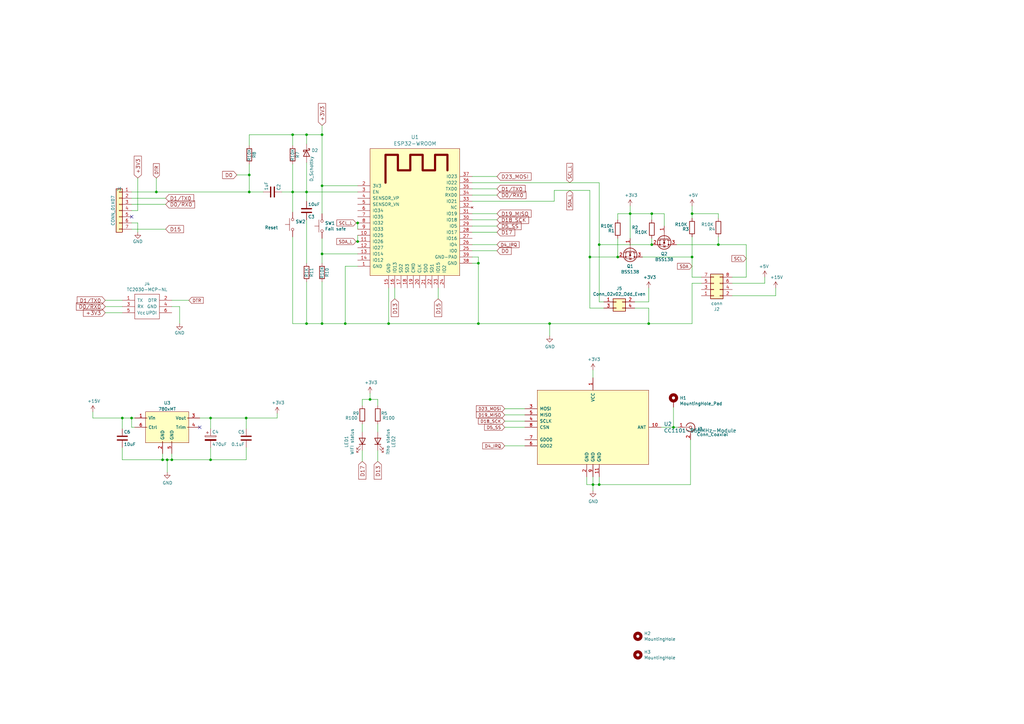
<source format=kicad_sch>
(kicad_sch (version 20211123) (generator eeschema)
  (paper "A3")
  (lib_symbols
    (symbol "Connector:Conn_Coaxial" (pin_names (offset 1.016) hide)
      (property "Reference" "J" (at 0.254 3.048 0))
      (property "Value" "Conn_Coaxial" (at 2.921 0 90))
      (symbol "Conn_Coaxial_0_1"
        (arc (start -1.778 -0.508) (mid 0.222 -1.808) (end 1.778 0) (stroke (width 0.254)))
        (polyline (pts (xy -2.54 0) (xy -0.508 0)))
        (polyline (pts (xy 0 -2.54) (xy 0 -1.778)))
        (circle (center 0 0) (radius 0.508) (stroke (width 0.2032)))
        (arc (start 1.778 0) (mid 0.222 1.8083) (end -1.778 0.508) (stroke (width 0.254)))
      )
      (symbol "Conn_Coaxial_1_1"
        (pin passive line (at -5.08 0 0) (length 2.54) (name "In") (number "1"))
        (pin passive line (at 0 -5.08 90) (length 2.54) (name "Ext") (number "2"))
      )
    )
    (symbol "Connector_Generic:Conn_01x07" (pin_names (offset 1.016) hide)
      (property "Reference" "J" (at 0 10.16 0))
      (property "Value" "Conn_01x07" (at 0 -10.16 0))
      (symbol "Conn_01x07_1_1"
        (rectangle (start -1.27 -7.493) (end 0 -7.747) (stroke (width 0.1524)))
        (rectangle (start -1.27 -4.953) (end 0 -5.207) (stroke (width 0.1524)))
        (rectangle (start -1.27 -2.413) (end 0 -2.667) (stroke (width 0.1524)))
        (rectangle (start -1.27 0.127) (end 0 -0.127) (stroke (width 0.1524)))
        (rectangle (start -1.27 2.667) (end 0 2.413) (stroke (width 0.1524)))
        (rectangle (start -1.27 5.207) (end 0 4.953) (stroke (width 0.1524)))
        (rectangle (start -1.27 7.747) (end 0 7.493) (stroke (width 0.1524)))
        (rectangle (start -1.27 8.89) (end 1.27 -8.89) (stroke (width 0.254)) (fill (type background)))
        (pin passive line (at -5.08 7.62 0) (length 3.81) (name "Pin_1") (number "1"))
        (pin passive line (at -5.08 5.08 0) (length 3.81) (name "Pin_2") (number "2"))
        (pin passive line (at -5.08 2.54 0) (length 3.81) (name "Pin_3") (number "3"))
        (pin passive line (at -5.08 0 0) (length 3.81) (name "Pin_4") (number "4"))
        (pin passive line (at -5.08 -2.54 0) (length 3.81) (name "Pin_5") (number "5"))
        (pin passive line (at -5.08 -5.08 0) (length 3.81) (name "Pin_6") (number "6"))
        (pin passive line (at -5.08 -7.62 0) (length 3.81) (name "Pin_7") (number "7"))
      )
    )
    (symbol "Connector_Generic:Conn_02x02_Odd_Even" (pin_names (offset 1.016) hide)
      (property "Reference" "J" (at 1.27 2.54 0))
      (property "Value" "Conn_02x02_Odd_Even" (at 1.27 -5.08 0))
      (symbol "Conn_02x02_Odd_Even_1_1"
        (rectangle (start -1.27 -2.413) (end 0 -2.667) (stroke (width 0.1524)))
        (rectangle (start -1.27 0.127) (end 0 -0.127) (stroke (width 0.1524)))
        (rectangle (start -1.27 1.27) (end 3.81 -3.81) (stroke (width 0.254)) (fill (type background)))
        (rectangle (start 3.81 -2.413) (end 2.54 -2.667) (stroke (width 0.1524)))
        (rectangle (start 3.81 0.127) (end 2.54 -0.127) (stroke (width 0.1524)))
        (pin passive line (at -5.08 0 0) (length 3.81) (name "Pin_1") (number "1"))
        (pin passive line (at 7.62 0 180) (length 3.81) (name "Pin_2") (number "2"))
        (pin passive line (at -5.08 -2.54 0) (length 3.81) (name "Pin_3") (number "3"))
        (pin passive line (at 7.62 -2.54 180) (length 3.81) (name "Pin_4") (number "4"))
      )
    )
    (symbol "Connector_Generic:Conn_02x04_Odd_Even" (pin_names (offset 1.016) hide)
      (property "Reference" "J" (at 1.27 5.08 0))
      (property "Value" "Conn_02x04_Odd_Even" (at 1.27 -7.62 0))
      (symbol "Conn_02x04_Odd_Even_1_1"
        (rectangle (start -1.27 -4.953) (end 0 -5.207) (stroke (width 0.1524)))
        (rectangle (start -1.27 -2.413) (end 0 -2.667) (stroke (width 0.1524)))
        (rectangle (start -1.27 0.127) (end 0 -0.127) (stroke (width 0.1524)))
        (rectangle (start -1.27 2.667) (end 0 2.413) (stroke (width 0.1524)))
        (rectangle (start -1.27 3.81) (end 3.81 -6.35) (stroke (width 0.254)) (fill (type background)))
        (rectangle (start 3.81 -4.953) (end 2.54 -5.207) (stroke (width 0.1524)))
        (rectangle (start 3.81 -2.413) (end 2.54 -2.667) (stroke (width 0.1524)))
        (rectangle (start 3.81 0.127) (end 2.54 -0.127) (stroke (width 0.1524)))
        (rectangle (start 3.81 2.667) (end 2.54 2.413) (stroke (width 0.1524)))
        (pin passive line (at -5.08 2.54 0) (length 3.81) (name "Pin_1") (number "1"))
        (pin passive line (at 7.62 2.54 180) (length 3.81) (name "Pin_2") (number "2"))
        (pin passive line (at -5.08 0 0) (length 3.81) (name "Pin_3") (number "3"))
        (pin passive line (at 7.62 0 180) (length 3.81) (name "Pin_4") (number "4"))
        (pin passive line (at -5.08 -2.54 0) (length 3.81) (name "Pin_5") (number "5"))
        (pin passive line (at 7.62 -2.54 180) (length 3.81) (name "Pin_6") (number "6"))
        (pin passive line (at -5.08 -5.08 0) (length 3.81) (name "Pin_7") (number "7"))
        (pin passive line (at 7.62 -5.08 180) (length 3.81) (name "Pin_8") (number "8"))
      )
    )
    (symbol "Device:C" (pin_numbers hide) (pin_names (offset 0.254))
      (property "Reference" "C" (at 0.635 2.54 0))
      (property "Value" "C" (at 0.635 -2.54 0))
      (symbol "C_0_1"
        (polyline (pts (xy -2.032 -0.762) (xy 2.032 -0.762)) (stroke (width 0.508)))
        (polyline (pts (xy -2.032 0.762) (xy 2.032 0.762)) (stroke (width 0.508)))
      )
      (symbol "C_1_1"
        (pin passive line (at 0 3.81 270) (length 2.794) (name "~") (number "1"))
        (pin passive line (at 0 -3.81 90) (length 2.794) (name "~") (number "2"))
      )
    )
    (symbol "Device:CP" (pin_numbers hide) (pin_names (offset 0.254))
      (property "Reference" "C" (at 0.635 2.54 0))
      (property "Value" "Device_CP" (at 0.635 -2.54 0))
      (symbol "CP_0_1"
        (rectangle (start -2.286 0.508) (end 2.286 1.016))
        (polyline (pts (xy -1.778 2.286) (xy -0.762 2.286)))
        (polyline (pts (xy -1.27 2.794) (xy -1.27 1.778)))
        (rectangle (start 2.286 -0.508) (end -2.286 -1.016) (fill (type outline)))
      )
      (symbol "CP_1_1"
        (pin passive line (at 0 3.81 270) (length 2.794) (name "~") (number "1"))
        (pin passive line (at 0 -3.81 90) (length 2.794) (name "~") (number "2"))
      )
    )
    (symbol "Device:D_Schottky" (pin_numbers hide) (pin_names (offset 1.016) hide)
      (property "Reference" "D" (at 0 2.54 0))
      (property "Value" "D_Schottky" (at 0 -2.54 0))
      (symbol "D_Schottky_0_1"
        (polyline (pts (xy 1.27 0) (xy -1.27 0)))
        (polyline (pts (xy 1.27 1.27) (xy 1.27 -1.27) (xy -1.27 0) (xy 1.27 1.27)) (stroke (width 0.254)))
        (polyline (pts (xy -1.905 0.635) (xy -1.905 1.27) (xy -1.27 1.27) (xy -1.27 -1.27) (xy -0.635 -1.27) (xy -0.635 -0.635)) (stroke (width 0.254)))
      )
      (symbol "D_Schottky_1_1"
        (pin passive line (at -3.81 0 0) (length 2.54) (name "K") (number "1"))
        (pin passive line (at 3.81 0 180) (length 2.54) (name "A") (number "2"))
      )
    )
    (symbol "Device:LED" (pin_numbers hide) (pin_names (offset 1.016) hide)
      (property "Reference" "D" (at 0 2.54 0))
      (property "Value" "LED" (at 0 -2.54 0))
      (symbol "LED_0_1"
        (polyline (pts (xy -1.27 -1.27) (xy -1.27 1.27)) (stroke (width 0.254)))
        (polyline (pts (xy -1.27 0) (xy 1.27 0)))
        (polyline (pts (xy 1.27 -1.27) (xy 1.27 1.27) (xy -1.27 0) (xy 1.27 -1.27)) (stroke (width 0.254)))
        (polyline (pts (xy -3.048 -0.762) (xy -4.572 -2.286) (xy -3.81 -2.286) (xy -4.572 -2.286) (xy -4.572 -1.524)))
        (polyline (pts (xy -1.778 -0.762) (xy -3.302 -2.286) (xy -2.54 -2.286) (xy -3.302 -2.286) (xy -3.302 -1.524)))
      )
      (symbol "LED_1_1"
        (pin passive line (at -3.81 0 0) (length 2.54) (name "K") (number "1"))
        (pin passive line (at 3.81 0 180) (length 2.54) (name "A") (number "2"))
      )
    )
    (symbol "Device:R" (pin_numbers hide) (pin_names (offset 0))
      (property "Reference" "R" (at 2.032 0 90))
      (property "Value" "R" (at 0 0 90))
      (symbol "R_0_1"
        (rectangle (start -1.016 -2.54) (end 1.016 2.54) (stroke (width 0.254)))
      )
      (symbol "R_1_1"
        (pin passive line (at 0 3.81 270) (length 1.27) (name "~") (number "1"))
        (pin passive line (at 0 -3.81 90) (length 1.27) (name "~") (number "2"))
      )
    )
    (symbol "Mechanical:MountingHole" (pin_names (offset 1.016))
      (property "Reference" "H" (at 0 5.08 0))
      (property "Value" "MountingHole" (at 0 3.175 0))
      (symbol "MountingHole_0_1"
        (circle (center 0 0) (radius 1.27) (stroke (width 1.27)))
      )
    )
    (symbol "Mechanical:MountingHole_Pad" (pin_numbers hide) (pin_names (offset 1.016) hide)
      (property "Reference" "H" (at 0 6.35 0))
      (property "Value" "MountingHole_Pad" (at 0 4.445 0))
      (symbol "MountingHole_Pad_0_1"
        (circle (center 0 1.27) (radius 1.27) (stroke (width 1.27)))
      )
      (symbol "MountingHole_Pad_1_1"
        (pin input line (at 0 -2.54 90) (length 2.54) (name "1") (number "1"))
      )
    )
    (symbol "Switch:SW_Push" (pin_numbers hide) (pin_names (offset 1.016) hide)
      (property "Reference" "SW" (at 1.27 2.54 0))
      (property "Value" "SW_Push" (at 0 -1.524 0))
      (symbol "SW_Push_0_1"
        (circle (center -2.032 0) (radius 0.508))
        (polyline (pts (xy 0 1.27) (xy 0 3.048)))
        (polyline (pts (xy 2.54 1.27) (xy -2.54 1.27)))
        (circle (center 2.032 0) (radius 0.508))
        (pin passive line (at -5.08 0 0) (length 2.54) (name "1") (number "1"))
        (pin passive line (at 5.08 0 180) (length 2.54) (name "2") (number "2"))
      )
    )
    (symbol "Transistor_FET:BSS138" (pin_names hide)
      (property "Reference" "Q" (at 5.08 1.905 0))
      (property "Value" "BSS138" (at 5.08 0 0))
      (symbol "BSS138_0_1"
        (polyline (pts (xy 0.254 0) (xy -2.54 0)))
        (polyline (pts (xy 0.254 1.905) (xy 0.254 -1.905)) (stroke (width 0.254)))
        (polyline (pts (xy 0.762 -1.27) (xy 0.762 -2.286)) (stroke (width 0.254)))
        (polyline (pts (xy 0.762 0.508) (xy 0.762 -0.508)) (stroke (width 0.254)))
        (polyline (pts (xy 0.762 2.286) (xy 0.762 1.27)) (stroke (width 0.254)))
        (polyline (pts (xy 2.54 2.54) (xy 2.54 1.778)))
        (polyline (pts (xy 2.54 -2.54) (xy 2.54 0) (xy 0.762 0)))
        (polyline (pts (xy 0.762 -1.778) (xy 3.302 -1.778) (xy 3.302 1.778) (xy 0.762 1.778)))
        (polyline (pts (xy 1.016 0) (xy 2.032 0.381) (xy 2.032 -0.381) (xy 1.016 0)) (fill (type outline)))
        (polyline (pts (xy 2.794 0.508) (xy 2.921 0.381) (xy 3.683 0.381) (xy 3.81 0.254)))
        (polyline (pts (xy 3.302 0.381) (xy 2.921 -0.254) (xy 3.683 -0.254) (xy 3.302 0.381)))
        (circle (center 1.651 0) (radius 2.794) (stroke (width 0.254)))
        (circle (center 2.54 -1.778) (radius 0.254) (fill (type outline)))
        (circle (center 2.54 1.778) (radius 0.254) (fill (type outline)))
      )
      (symbol "BSS138_1_1"
        (pin input line (at -5.08 0 0) (length 2.54) (name "G") (number "1"))
        (pin passive line (at 2.54 -5.08 90) (length 2.54) (name "S") (number "2"))
        (pin passive line (at 2.54 5.08 270) (length 2.54) (name "D") (number "3"))
      )
    )
    (symbol "nrg_watch:CC1101-868MHz-Module" (pin_names (offset 1.016))
      (property "Reference" "U" (at -22.86 16.51 0))
      (property "Value" "nrg_watch_CC1101-868MHz-Module" (at 0 0 0))
      (symbol "CC1101-868MHz-Module_0_1"
        (rectangle (start 22.86 15.24) (end -22.86 -15.24) (fill (type background)))
      )
      (symbol "CC1101-868MHz-Module_1_1"
        (pin power_in line (at 0 20.32 270) (length 5.08) (name "VCC") (number "1"))
        (pin bidirectional line (at 27.94 0 180) (length 5.08) (name "ANT") (number "10"))
        (pin power_in line (at 2.54 -20.32 90) (length 5.08) (name "GND") (number "11"))
        (pin power_in line (at -2.54 -20.32 90) (length 5.08) (name "GND") (number "2"))
        (pin input line (at -27.94 7.62 0) (length 5.08) (name "MOSI") (number "3"))
        (pin input line (at -27.94 2.54 0) (length 5.08) (name "SCLK") (number "4"))
        (pin output line (at -27.94 5.08 0) (length 5.08) (name "MISO") (number "5"))
        (pin output line (at -27.94 -7.62 0) (length 5.08) (name "GDO2") (number "6"))
        (pin bidirectional line (at -27.94 -5.08 0) (length 5.08) (name "GDO0") (number "7"))
        (pin input line (at -27.94 0 0) (length 5.08) (name "CSN") (number "8"))
        (pin power_in line (at 0 -20.32 90) (length 5.08) (name "GND") (number "9"))
      )
    )
    (symbol "nrg_watch:ESP32-WROOM" (pin_names (offset 1.016))
      (property "Reference" "U" (at -17.78 31.75 0))
      (property "Value" "nrg_watch_ESP32-WROOM" (at 12.7 31.75 0))
      (symbol "ESP32-WROOM_0_1"
        (rectangle (start -19.05 30.48) (end 17.78 -21.59) (fill (type background)))
        (polyline (pts (xy -12.7 16.51) (xy -12.7 27.94) (xy -7.62 27.94) (xy -7.62 21.59) (xy -2.54 21.59) (xy -2.54 27.94) (xy 2.54 27.94) (xy 2.54 21.59) (xy 7.62 21.59) (xy 7.62 27.94) (xy 12.7 27.94) (xy 12.7 21.59)) (stroke (width 0.889)))
      )
      (symbol "ESP32-WROOM_1_1"
        (pin power_out line (at -24.13 -17.78 0) (length 5.08) (name "GND") (number "1"))
        (pin bidirectional line (at -24.13 -5.08 0) (length 5.08) (name "IO25") (number "10"))
        (pin bidirectional line (at -24.13 -7.62 0) (length 5.08) (name "IO26") (number "11"))
        (pin bidirectional line (at -24.13 -10.16 0) (length 5.08) (name "IO27") (number "12"))
        (pin bidirectional line (at -24.13 -12.7 0) (length 5.08) (name "IO14") (number "13"))
        (pin bidirectional line (at -24.13 -15.24 0) (length 5.08) (name "IO12") (number "14"))
        (pin power_in line (at -11.43 -26.67 90) (length 5.08) (name "GND") (number "15"))
        (pin bidirectional line (at -8.89 -26.67 90) (length 5.08) (name "IO13") (number "16"))
        (pin bidirectional line (at -6.35 -26.67 90) (length 5.08) (name "SD2") (number "17"))
        (pin bidirectional line (at -3.81 -26.67 90) (length 5.08) (name "SD3") (number "18"))
        (pin bidirectional line (at -1.27 -26.67 90) (length 5.08) (name "CMD") (number "19"))
        (pin power_in line (at -24.13 15.24 0) (length 5.08) (name "3V3") (number "2"))
        (pin input line (at 1.27 -26.67 90) (length 5.08) (name "CLK") (number "20"))
        (pin bidirectional line (at 3.81 -26.67 90) (length 5.08) (name "SDO") (number "21"))
        (pin bidirectional line (at 6.35 -26.67 90) (length 5.08) (name "SD1") (number "22"))
        (pin bidirectional line (at 8.89 -26.67 90) (length 5.08) (name "IO15") (number "23"))
        (pin bidirectional line (at 11.43 -26.67 90) (length 5.08) (name "IO2") (number "24"))
        (pin bidirectional line (at 22.86 -11.43 180) (length 5.08) (name "IO0") (number "25"))
        (pin input line (at 22.86 -8.89 180) (length 5.08) (name "IO4") (number "26"))
        (pin bidirectional line (at 22.86 -6.35 180) (length 5.08) (name "IO16") (number "27"))
        (pin bidirectional line (at 22.86 -3.81 180) (length 5.08) (name "IO17") (number "28"))
        (pin bidirectional line (at 22.86 -1.27 180) (length 5.08) (name "IO5") (number "29"))
        (pin input line (at -24.13 12.7 0) (length 5.08) (name "EN") (number "3"))
        (pin input line (at 22.86 1.27 180) (length 5.08) (name "IO18") (number "30"))
        (pin bidirectional line (at 22.86 3.81 180) (length 5.08) (name "IO19") (number "31"))
        (pin no_connect line (at 22.86 6.35 180) (length 5.08) (name "NC") (number "32"))
        (pin bidirectional line (at 22.86 8.89 180) (length 5.08) (name "IO21") (number "33"))
        (pin bidirectional line (at 22.86 11.43 180) (length 5.08) (name "RXD0") (number "34"))
        (pin bidirectional line (at 22.86 13.97 180) (length 5.08) (name "TXD0") (number "35"))
        (pin bidirectional line (at 22.86 16.51 180) (length 5.08) (name "IO22") (number "36"))
        (pin bidirectional line (at 22.86 19.05 180) (length 5.08) (name "IO23") (number "37"))
        (pin power_in line (at 22.86 -16.51 180) (length 5.08) (name "GND") (number "38"))
        (pin power_in line (at 22.86 -13.97 180) (length 5.08) (name "GND-PAD") (number "39"))
        (pin input line (at -24.13 10.16 0) (length 5.08) (name "SENSOR_VP") (number "4"))
        (pin input line (at -24.13 7.62 0) (length 5.08) (name "SENSOR_VN") (number "5"))
        (pin bidirectional line (at -24.13 5.08 0) (length 5.08) (name "IO34") (number "6"))
        (pin bidirectional line (at -24.13 2.54 0) (length 5.08) (name "IO35") (number "7"))
        (pin bidirectional line (at -24.13 0 0) (length 5.08) (name "IO32") (number "8"))
        (pin bidirectional line (at -24.13 -2.54 0) (length 5.08) (name "IO33") (number "9"))
      )
    )
    (symbol "nrg_watch:TC2030-MCP-NL" (pin_names (offset 1.016))
      (property "Reference" "J" (at 0 6.35 0))
      (property "Value" "nrg_watch_TC2030-MCP-NL" (at 0.635 -6.35 0))
      (symbol "TC2030-MCP-NL_0_1"
        (rectangle (start -5.08 5.08) (end 5.08 -5.08))
      )
      (symbol "TC2030-MCP-NL_1_1"
        (pin input line (at -10.16 2.54 0) (length 5.08) (name "TX") (number "1"))
        (pin input line (at 10.16 2.54 180) (length 5.08) (name "DTR") (number "2"))
        (pin input line (at -10.16 0 0) (length 5.08) (name "RX") (number "3"))
        (pin input line (at 10.16 0 180) (length 5.08) (name "GND") (number "4"))
        (pin input line (at -10.16 -2.54 0) (length 5.08) (name "Vcc") (number "5"))
        (pin input line (at 10.16 -2.54 180) (length 5.08) (name "UPDI") (number "6"))
      )
    )
    (symbol "nrgwatch:780xMT"
      (property "Reference" "U" (at 0 7.62 0))
      (property "Value" "780xMT" (at 0 10.16 0))
      (symbol "780xMT_0_1"
        (rectangle (start -8.89 6.35) (end 8.89 -6.35) (stroke (width 0.1524)) (fill (type background)))
      )
      (symbol "780xMT_1_1"
        (pin power_in line (at -13.335 3.81 0) (length 5.08) (name "Vin") (number "1"))
        (pin input line (at -1.905 -10.795 90) (length 5.08) (name "GND") (number "2"))
        (pin power_out line (at 13.335 3.81 180) (length 5.08) (name "Vout") (number "3"))
        (pin input line (at 13.335 0 180) (length 5.08) (name "Trim") (number "4"))
        (pin input line (at 1.905 -10.795 90) (length 5.08) (name "GND") (number "5"))
        (pin input line (at -13.335 0 0) (length 5.08) (name "Ctrl") (number "6"))
      )
    )
    (symbol "power:+15V" (power) (pin_names (offset 0))
      (property "Value" "+15V" (at 0 3.556 0))
      (symbol "+15V_0_1"
        (polyline (pts (xy -0.762 1.27) (xy 0 2.54)))
        (polyline (pts (xy 0 0) (xy 0 2.54)))
        (polyline (pts (xy 0 2.54) (xy 0.762 1.27)))
      )
      (symbol "+15V_1_1"
        (pin power_in line (at 0 0 90) (length 0) hide (name "+15V") (number "1"))
      )
    )
    (symbol "power:+3V3" (power) (pin_names (offset 0))
      (property "Value" "+3V3" (at 0 3.556 0))
      (symbol "+3V3_0_1"
        (polyline (pts (xy -0.762 1.27) (xy 0 2.54)))
        (polyline (pts (xy 0 0) (xy 0 2.54)))
        (polyline (pts (xy 0 2.54) (xy 0.762 1.27)))
      )
      (symbol "+3V3_1_1"
        (pin power_in line (at 0 0 90) (length 0) hide (name "+3V3") (number "1"))
      )
    )
    (symbol "power:+5V" (power) (pin_names (offset 0))
      (property "Value" "+5V" (at 0 3.556 0))
      (symbol "+5V_0_1"
        (polyline (pts (xy -0.762 1.27) (xy 0 2.54)))
        (polyline (pts (xy 0 0) (xy 0 2.54)))
        (polyline (pts (xy 0 2.54) (xy 0.762 1.27)))
      )
      (symbol "+5V_1_1"
        (pin power_in line (at 0 0 90) (length 0) hide (name "+5V") (number "1"))
      )
    )
    (symbol "power:GND" (power) (pin_names (offset 0))
      (property "Value" "GND" (at 0 -3.81 0))
      (symbol "GND_0_1"
        (polyline (pts (xy 0 0) (xy 0 -1.27) (xy 1.27 -1.27) (xy 0 -2.54) (xy -1.27 -1.27) (xy 0 -1.27)))
      )
      (symbol "GND_1_1"
        (pin power_in line (at 0 0 270) (length 0) hide (name "GND") (number "1"))
      )
    )
  )
  (junction (at 102.235 78.74))
  (junction (at 68.58 188.595))
  (junction (at 159.385 132.715))
  (junction (at 141.605 132.715))
  (junction (at 151.765 163.83))
  (junction (at 120.015 78.74))
  (junction (at 267.335 100.33))
  (junction (at 245.745 198.755))
  (junction (at 294.64 100.33))
  (junction (at 196.215 132.715))
  (junction (at 266.065 132.715))
  (junction (at 53.975 171.45))
  (junction (at 66.675 188.595))
  (junction (at 243.205 198.755))
  (junction (at 64.135 78.74))
  (junction (at 146.685 99.06))
  (junction (at 245.745 100.33))
  (junction (at 102.235 71.755))
  (junction (at 276.225 175.26))
  (junction (at 86.36 171.45))
  (junction (at 283.845 87.63))
  (junction (at 86.36 188.595))
  (junction (at 132.08 104.14))
  (junction (at 132.08 132.715))
  (junction (at 70.485 188.595))
  (junction (at 132.08 76.2))
  (junction (at 132.08 55.245))
  (junction (at 241.935 105.41))
  (junction (at 120.015 55.245))
  (junction (at 100.965 171.45))
  (junction (at 125.73 55.245))
  (junction (at 225.425 132.715))
  (junction (at 253.365 105.41))
  (junction (at 125.73 132.715))
  (junction (at 258.445 87.63))
  (junction (at 196.215 107.95))
  (junction (at 125.73 78.74))
  (junction (at 283.845 105.41))
  (junction (at 50.165 171.45))
  (junction (at 267.335 87.63))
  (junction (at 146.685 91.44))
  (no_connect (at 53.975 88.9))
  (no_connect (at 81.915 175.26))
  (wire (pts (xy 313.69 113.665) (xy 313.69 116.205)))
  (wire (pts (xy 207.01 167.64) (xy 215.265 167.64)))
  (wire (pts (xy 43.18 125.73) (xy 50.165 125.73)))
  (wire (pts (xy 141.605 132.715) (xy 159.385 132.715)))
  (wire (pts (xy 68.58 193.675) (xy 68.58 188.595)))
  (wire (pts (xy 283.845 97.155) (xy 283.845 105.41)))
  (wire (pts (xy 193.675 92.71) (xy 203.835 92.71)))
  (wire (pts (xy 55.245 175.26) (xy 53.975 175.26)))
  (wire (pts (xy 120.015 78.74) (xy 125.73 78.74)))
  (wire (pts (xy 243.205 198.755) (xy 245.745 198.755)))
  (wire (pts (xy 258.445 84.455) (xy 258.445 87.63)))
  (wire (pts (xy 102.235 59.69) (xy 102.235 55.245)))
  (wire (pts (xy 125.73 90.17) (xy 125.73 107.95)))
  (wire (pts (xy 179.705 122.555) (xy 179.705 118.11)))
  (wire (pts (xy 196.215 105.41) (xy 196.215 107.95)))
  (wire (pts (xy 141.605 109.22) (xy 146.685 109.22)))
  (wire (pts (xy 148.59 184.785) (xy 148.59 189.23)))
  (wire (pts (xy 294.64 87.63) (xy 294.64 89.535)))
  (wire (pts (xy 154.94 184.785) (xy 154.94 189.23)))
  (wire (pts (xy 125.73 55.245) (xy 132.08 55.245)))
  (wire (pts (xy 102.235 71.755) (xy 97.155 71.755)))
  (wire (pts (xy 132.08 132.715) (xy 141.605 132.715)))
  (wire (pts (xy 146.685 104.14) (xy 132.08 104.14)))
  (wire (pts (xy 43.18 128.27) (xy 50.165 128.27)))
  (wire (pts (xy 64.135 78.74) (xy 102.235 78.74)))
  (wire (pts (xy 56.515 86.36) (xy 56.515 73.025)))
  (wire (pts (xy 151.765 163.83) (xy 154.94 163.83)))
  (wire (pts (xy 241.935 78.105) (xy 227.33 78.105)))
  (wire (pts (xy 243.205 198.755) (xy 243.205 195.58)))
  (wire (pts (xy 241.935 105.41) (xy 241.935 78.105)))
  (wire (pts (xy 70.485 125.73) (xy 73.66 125.73)))
  (wire (pts (xy 120.015 132.715) (xy 125.73 132.715)))
  (wire (pts (xy 159.385 132.715) (xy 196.215 132.715)))
  (wire (pts (xy 73.66 125.73) (xy 73.66 132.715)))
  (wire (pts (xy 258.445 87.63) (xy 267.335 87.63)))
  (wire (pts (xy 132.08 76.2) (xy 132.08 87.63)))
  (wire (pts (xy 50.165 175.895) (xy 50.165 171.45)))
  (wire (pts (xy 243.205 198.755) (xy 243.205 201.295)))
  (wire (pts (xy 300.355 113.665) (xy 306.07 113.665)))
  (wire (pts (xy 125.73 78.74) (xy 146.685 78.74)))
  (wire (pts (xy 102.235 78.74) (xy 107.95 78.74)))
  (wire (pts (xy 151.765 161.29) (xy 151.765 163.83)))
  (wire (pts (xy 53.975 78.74) (xy 64.135 78.74)))
  (wire (pts (xy 66.675 186.055) (xy 66.675 188.595)))
  (wire (pts (xy 193.675 95.25) (xy 203.835 95.25)))
  (wire (pts (xy 283.21 180.34) (xy 283.21 198.755)))
  (wire (pts (xy 260.35 126.365) (xy 266.065 126.365)))
  (wire (pts (xy 300.355 121.285) (xy 318.135 121.285)))
  (wire (pts (xy 161.925 118.11) (xy 161.925 122.555)))
  (wire (pts (xy 225.425 132.715) (xy 266.065 132.715)))
  (wire (pts (xy 132.08 115.57) (xy 132.08 132.715)))
  (wire (pts (xy 132.08 76.2) (xy 146.685 76.2)))
  (wire (pts (xy 50.165 188.595) (xy 50.165 183.515)))
  (wire (pts (xy 215.265 175.26) (xy 207.01 175.26)))
  (wire (pts (xy 283.845 116.205) (xy 283.845 132.715)))
  (wire (pts (xy 253.365 87.63) (xy 258.445 87.63)))
  (wire (pts (xy 64.135 73.025) (xy 64.135 78.74)))
  (wire (pts (xy 146.685 93.98) (xy 146.685 91.44)))
  (wire (pts (xy 243.205 151.765) (xy 243.205 154.94)))
  (wire (pts (xy 120.015 78.74) (xy 120.015 86.995)))
  (wire (pts (xy 196.215 107.95) (xy 196.215 132.715)))
  (wire (pts (xy 193.675 105.41) (xy 196.215 105.41)))
  (wire (pts (xy 306.07 100.33) (xy 306.07 113.665)))
  (wire (pts (xy 266.065 118.11) (xy 266.065 123.825)))
  (wire (pts (xy 253.365 97.79) (xy 253.365 105.41)))
  (wire (pts (xy 38.1 171.45) (xy 38.1 168.91)))
  (wire (pts (xy 193.675 87.63) (xy 203.835 87.63)))
  (wire (pts (xy 266.065 132.715) (xy 283.845 132.715)))
  (wire (pts (xy 267.335 90.17) (xy 267.335 87.63)))
  (wire (pts (xy 253.365 90.17) (xy 253.365 87.63)))
  (wire (pts (xy 159.385 118.11) (xy 159.385 132.715)))
  (wire (pts (xy 245.745 123.825) (xy 247.65 123.825)))
  (wire (pts (xy 294.64 100.33) (xy 306.07 100.33)))
  (wire (pts (xy 86.36 188.595) (xy 100.965 188.595)))
  (wire (pts (xy 53.975 81.28) (xy 67.945 81.28)))
  (wire (pts (xy 86.36 175.895) (xy 86.36 171.45)))
  (wire (pts (xy 203.835 100.33) (xy 193.675 100.33)))
  (wire (pts (xy 154.94 163.83) (xy 154.94 166.37)))
  (wire (pts (xy 132.08 51.435) (xy 132.08 55.245)))
  (wire (pts (xy 277.495 100.33) (xy 294.64 100.33)))
  (wire (pts (xy 245.745 198.755) (xy 245.745 195.58)))
  (wire (pts (xy 146.685 99.06) (xy 146.05 99.06)))
  (wire (pts (xy 148.59 163.83) (xy 151.765 163.83)))
  (wire (pts (xy 125.73 82.55) (xy 125.73 78.74)))
  (wire (pts (xy 240.665 195.58) (xy 240.665 198.755)))
  (wire (pts (xy 43.18 123.19) (xy 50.165 123.19)))
  (wire (pts (xy 260.35 123.825) (xy 266.065 123.825)))
  (wire (pts (xy 125.73 115.57) (xy 125.73 132.715)))
  (wire (pts (xy 258.445 87.63) (xy 258.445 97.79)))
  (wire (pts (xy 245.745 100.33) (xy 267.335 100.33)))
  (wire (pts (xy 283.845 84.455) (xy 283.845 87.63)))
  (wire (pts (xy 125.73 132.715) (xy 132.08 132.715)))
  (wire (pts (xy 207.01 172.72) (xy 215.265 172.72)))
  (wire (pts (xy 102.235 55.245) (xy 120.015 55.245)))
  (wire (pts (xy 100.965 171.45) (xy 100.965 175.895)))
  (wire (pts (xy 193.675 82.55) (xy 227.33 82.55)))
  (wire (pts (xy 245.745 74.93) (xy 193.675 74.93)))
  (wire (pts (xy 283.845 87.63) (xy 283.845 89.535)))
  (wire (pts (xy 266.065 126.365) (xy 266.065 132.715)))
  (wire (pts (xy 267.335 87.63) (xy 272.415 87.63)))
  (wire (pts (xy 193.675 77.47) (xy 203.835 77.47)))
  (wire (pts (xy 125.73 66.675) (xy 125.73 78.74)))
  (wire (pts (xy 120.015 97.155) (xy 120.015 132.715)))
  (wire (pts (xy 113.665 171.45) (xy 113.665 169.545)))
  (wire (pts (xy 100.965 171.45) (xy 113.665 171.45)))
  (wire (pts (xy 287.655 116.205) (xy 283.845 116.205)))
  (wire (pts (xy 53.975 93.98) (xy 67.945 93.98)))
  (wire (pts (xy 86.36 171.45) (xy 100.965 171.45)))
  (wire (pts (xy 287.655 113.665) (xy 283.845 113.665)))
  (wire (pts (xy 148.59 173.99) (xy 148.59 177.165)))
  (wire (pts (xy 245.745 100.33) (xy 245.745 123.825)))
  (wire (pts (xy 120.015 55.245) (xy 120.015 59.69)))
  (wire (pts (xy 141.605 109.22) (xy 141.605 132.715)))
  (wire (pts (xy 125.73 55.245) (xy 125.73 59.055)))
  (wire (pts (xy 146.685 96.52) (xy 146.685 99.06)))
  (wire (pts (xy 53.975 171.45) (xy 55.245 171.45)))
  (wire (pts (xy 241.935 126.365) (xy 247.65 126.365)))
  (wire (pts (xy 148.59 166.37) (xy 148.59 163.83)))
  (wire (pts (xy 241.935 105.41) (xy 253.365 105.41)))
  (wire (pts (xy 53.975 83.82) (xy 67.945 83.82)))
  (wire (pts (xy 120.015 55.245) (xy 125.73 55.245)))
  (wire (pts (xy 196.215 132.715) (xy 225.425 132.715)))
  (wire (pts (xy 70.485 123.19) (xy 77.47 123.19)))
  (wire (pts (xy 245.745 100.33) (xy 245.745 74.93)))
  (wire (pts (xy 263.525 105.41) (xy 283.845 105.41)))
  (wire (pts (xy 272.415 87.63) (xy 272.415 92.71)))
  (wire (pts (xy 81.915 171.45) (xy 86.36 171.45)))
  (wire (pts (xy 294.64 97.155) (xy 294.64 100.33)))
  (wire (pts (xy 240.665 198.755) (xy 243.205 198.755)))
  (wire (pts (xy 53.975 175.26) (xy 53.975 171.45)))
  (wire (pts (xy 271.145 175.26) (xy 276.225 175.26)))
  (wire (pts (xy 50.165 171.45) (xy 53.975 171.45)))
  (wire (pts (xy 267.335 97.79) (xy 267.335 100.33)))
  (wire (pts (xy 70.485 188.595) (xy 86.36 188.595)))
  (wire (pts (xy 318.135 118.11) (xy 318.135 121.285)))
  (wire (pts (xy 132.08 55.245) (xy 132.08 76.2)))
  (wire (pts (xy 132.08 97.79) (xy 132.08 104.14)))
  (wire (pts (xy 100.965 188.595) (xy 100.965 183.515)))
  (wire (pts (xy 56.515 86.36) (xy 53.975 86.36)))
  (wire (pts (xy 283.21 198.755) (xy 245.745 198.755)))
  (wire (pts (xy 68.58 188.595) (xy 66.675 188.595)))
  (wire (pts (xy 225.425 137.795) (xy 225.425 132.715)))
  (wire (pts (xy 56.515 91.44) (xy 53.975 91.44)))
  (wire (pts (xy 283.845 87.63) (xy 294.64 87.63)))
  (wire (pts (xy 102.235 71.755) (xy 102.235 78.74)))
  (wire (pts (xy 120.015 67.31) (xy 120.015 78.74)))
  (wire (pts (xy 300.355 116.205) (xy 313.69 116.205)))
  (wire (pts (xy 193.675 90.17) (xy 203.835 90.17)))
  (wire (pts (xy 66.675 188.595) (xy 50.165 188.595)))
  (wire (pts (xy 146.05 91.44) (xy 146.685 91.44)))
  (wire (pts (xy 132.08 104.14) (xy 132.08 107.95)))
  (wire (pts (xy 241.935 105.41) (xy 241.935 126.365)))
  (wire (pts (xy 154.94 173.99) (xy 154.94 177.165)))
  (wire (pts (xy 227.33 82.55) (xy 227.33 78.105)))
  (wire (pts (xy 56.515 95.25) (xy 56.515 91.44)))
  (wire (pts (xy 283.845 105.41) (xy 283.845 113.665)))
  (wire (pts (xy 276.225 175.26) (xy 278.13 175.26)))
  (wire (pts (xy 70.485 186.055) (xy 70.485 188.595)))
  (wire (pts (xy 215.265 170.18) (xy 207.01 170.18)))
  (wire (pts (xy 193.675 72.39) (xy 203.835 72.39)))
  (wire (pts (xy 276.225 167.005) (xy 276.225 175.26)))
  (wire (pts (xy 203.835 102.87) (xy 193.675 102.87)))
  (wire (pts (xy 68.58 188.595) (xy 70.485 188.595)))
  (wire (pts (xy 207.01 182.88) (xy 215.265 182.88)))
  (wire (pts (xy 193.675 80.01) (xy 203.835 80.01)))
  (wire (pts (xy 115.57 78.74) (xy 120.015 78.74)))
  (wire (pts (xy 196.215 107.95) (xy 193.675 107.95)))
  (wire (pts (xy 38.1 171.45) (xy 50.165 171.45)))
  (wire (pts (xy 102.235 67.31) (xy 102.235 71.755)))
  (wire (pts (xy 86.36 183.515) (xy 86.36 188.595)))
  (global_label "DTR" (shape input) (at 77.47 123.19 0) (property "Intersheet References" "${INTERSHEET_REFS}" (effects hide)))
  (global_label "D15" (shape input) (at 179.705 122.555 270) (effects (font (size 1.524 1.524))) (property "Intersheet References" "${INTERSHEET_REFS}" (effects hide)))
  (global_label "DTR" (shape input) (at 64.135 73.025 90) (property "Intersheet References" "${INTERSHEET_REFS}" (effects hide)))
  (global_label "SCL" (shape input) (at 306.07 106.045 180) (property "Intersheet References" "${INTERSHEET_REFS}" (effects hide)))
  (global_label "D19_MISO" (shape input) (at 203.835 87.63 0) (effects (font (size 1.524 1.524))) (property "Intersheet References" "${INTERSHEET_REFS}" (effects hide)))
  (global_label "D17" (shape input) (at 148.59 189.23 270) (effects (font (size 1.524 1.524))) (property "Intersheet References" "${INTERSHEET_REFS}" (effects hide)))
  (global_label "SDA_L" (shape input) (at 146.05 99.06 180) (property "Intersheet References" "${INTERSHEET_REFS}" (effects hide)))
  (global_label "D4_IRQ" (shape input) (at 207.01 182.88 180) (property "Intersheet References" "${INTERSHEET_REFS}" (effects hide)))
  (global_label "+3V3" (shape input) (at 43.18 128.27 180) (effects (font (size 1.524 1.524))) (property "Intersheet References" "${INTERSHEET_REFS}" (effects hide)))
  (global_label "+3V3" (shape input) (at 132.08 51.435 90) (effects (font (size 1.524 1.524))) (property "Intersheet References" "${INTERSHEET_REFS}" (effects hide)))
  (global_label "D4_IRQ" (shape input) (at 203.835 100.33 0) (property "Intersheet References" "${INTERSHEET_REFS}" (effects hide)))
  (global_label "D19_MISO" (shape input) (at 207.01 170.18 180) (property "Intersheet References" "${INTERSHEET_REFS}" (effects hide)))
  (global_label "SCL_L" (shape input) (at 146.05 91.44 180) (property "Intersheet References" "${INTERSHEET_REFS}" (effects hide)))
  (global_label "D1/TX0" (shape input) (at 67.945 81.28 0) (effects (font (size 1.524 1.524))) (property "Intersheet References" "${INTERSHEET_REFS}" (effects hide)))
  (global_label "D23_MOSI" (shape input) (at 203.835 72.39 0) (effects (font (size 1.524 1.524))) (property "Intersheet References" "${INTERSHEET_REFS}" (effects hide)))
  (global_label "D0" (shape input) (at 97.155 71.755 180) (effects (font (size 1.524 1.524))) (property "Intersheet References" "${INTERSHEET_REFS}" (effects hide)))
  (global_label "SDA_L" (shape input) (at 233.68 78.105 270) (property "Intersheet References" "${INTERSHEET_REFS}" (effects hide)))
  (global_label "D5_SS" (shape input) (at 203.835 92.71 0) (effects (font (size 1.524 1.524))) (property "Intersheet References" "${INTERSHEET_REFS}" (effects hide)))
  (global_label "D15" (shape input) (at 67.945 93.98 0) (effects (font (size 1.524 1.524))) (property "Intersheet References" "${INTERSHEET_REFS}" (effects hide)))
  (global_label "SCL_L" (shape input) (at 233.68 74.93 90) (property "Intersheet References" "${INTERSHEET_REFS}" (effects hide)))
  (global_label "D0/RX0" (shape input) (at 67.945 83.82 0) (effects (font (size 1.524 1.524))) (property "Intersheet References" "${INTERSHEET_REFS}" (effects hide)))
  (global_label "D0/RX0" (shape input) (at 203.835 80.01 0) (effects (font (size 1.524 1.524))) (property "Intersheet References" "${INTERSHEET_REFS}" (effects hide)))
  (global_label "D18_SCK" (shape input) (at 203.835 90.17 0) (effects (font (size 1.524 1.524))) (property "Intersheet References" "${INTERSHEET_REFS}" (effects hide)))
  (global_label "+3V3" (shape input) (at 56.515 73.025 90) (effects (font (size 1.524 1.524))) (property "Intersheet References" "${INTERSHEET_REFS}" (effects hide)))
  (global_label "SDA" (shape input) (at 283.845 109.22 180) (property "Intersheet References" "${INTERSHEET_REFS}" (effects hide)))
  (global_label "D17" (shape input) (at 203.835 95.25 0) (effects (font (size 1.524 1.524))) (property "Intersheet References" "${INTERSHEET_REFS}" (effects hide)))
  (global_label "D1/TX0" (shape input) (at 43.18 123.19 180) (effects (font (size 1.524 1.524))) (property "Intersheet References" "${INTERSHEET_REFS}" (effects hide)))
  (global_label "D13" (shape input) (at 161.925 122.555 270) (effects (font (size 1.524 1.524))) (property "Intersheet References" "${INTERSHEET_REFS}" (effects hide)))
  (global_label "D5_SS" (shape input) (at 207.01 175.26 180) (property "Intersheet References" "${INTERSHEET_REFS}" (effects hide)))
  (global_label "D13" (shape input) (at 154.94 189.23 270) (effects (font (size 1.524 1.524))) (property "Intersheet References" "${INTERSHEET_REFS}" (effects hide)))
  (global_label "D18_SCK" (shape input) (at 207.01 172.72 180) (property "Intersheet References" "${INTERSHEET_REFS}" (effects hide)))
  (global_label "D0" (shape input) (at 203.835 102.87 0) (effects (font (size 1.524 1.524))) (property "Intersheet References" "${INTERSHEET_REFS}" (effects hide)))
  (global_label "D23_MOSI" (shape input) (at 207.01 167.64 180) (property "Intersheet References" "${INTERSHEET_REFS}" (effects hide)))
  (global_label "D0/RX0" (shape input) (at 43.18 125.73 180) (effects (font (size 1.524 1.524))) (property "Intersheet References" "${INTERSHEET_REFS}" (effects hide)))
  (global_label "D1/TX0" (shape input) (at 203.835 77.47 0) (effects (font (size 1.524 1.524))) (property "Intersheet References" "${INTERSHEET_REFS}" (effects hide)))
  (symbol (lib_id "Device:R") (at 253.365 93.98 180) (unit 1)
    (property "Reference" "R1" (at 252.095 94.615 0) (effects (justify left)))
    (property "Value" "R10K" (at 251.46 92.71 0) (effects (justify left)))
    (property "Footprint" "Resistor_SMD:R_0805_2012Metric" (effects hide))
    (property "LCSC" "C17414" (effects hide))
  )
  (symbol (lib_id "Device:R") (at 267.335 93.98 0) (unit 1)
    (property "Reference" "R2" (at 259.08 93.345 0) (effects (justify left)))
    (property "Value" "R10K" (at 260.35 95.25 0) (effects (justify left)))
    (property "Footprint" "Resistor_SMD:R_0805_2012Metric" (effects hide))
    (property "LCSC" "C17414" (effects hide))
  )
  (symbol (lib_id "power:GND") (at 225.425 137.795 0) (unit 1)
    (property "Reference" "#PWR05" (effects hide))
    (property "Value" "GND" (at 225.552 142.1892 0))
  )
  (symbol (lib_id "power:+5V") (at 283.845 84.455 0) (unit 1)
    (property "Reference" "#PWR07" (effects hide))
    (property "Value" "+5V" (at 284.226 80.0608 0))
  )
  (symbol (lib_id "Connector_Generic:Conn_02x04_Odd_Even") (at 292.735 118.745 0) (mirror x) (unit 1)
    (property "Reference" "J2" (at 294.005 126.7968 0))
    (property "Value" "conn" (at 294.005 124.4854 0))
    (property "Footprint" "Connector_PinSocket_2.54mm:PinSocket_2x04_P2.54mm_Vertical" (effects hide))
  )
  (symbol (lib_id "power:+3V3") (at 258.445 84.455 0) (unit 1)
    (property "Reference" "#PWR06" (effects hide))
    (property "Value" "+3V3" (at 258.826 80.0608 0))
  )
  (symbol (lib_id "Transistor_FET:BSS138") (at 258.445 102.87 270) (unit 1)
    (property "Reference" "Q1" (at 258.445 109.1946 90))
    (property "Value" "BSS138" (at 258.445 111.506 90))
    (property "Footprint" "Package_TO_SOT_SMD:SOT-23W" (effects hide))
    (property "Datasheet" "https://www.fairchildsemi.com/datasheets/BS/BSS138.pdf" (effects hide))
    (property "LCSC" "C170166" (effects hide))
  )
  (symbol (lib_id "Device:LED") (at 154.94 180.975 90) (unit 1)
    (property "Reference" "LED2" (at 161.417 181.1528 0))
    (property "Value" "itho status" (at 159.1056 181.1528 0))
    (property "Footprint" "LED_SMD:LED_0805_2012Metric" (effects hide))
    (property "LCSC" "C2293" (effects hide))
  )
  (symbol (lib_id "Device:R") (at 154.94 170.18 0) (unit 1)
    (property "Reference" "R5" (at 156.21 169.545 0) (effects (justify left)))
    (property "Value" "R100" (at 156.845 171.45 0) (effects (justify left)))
    (property "Footprint" "Resistor_SMD:R_0805_2012Metric" (effects hide))
    (property "LCSC" "C17408" (effects hide))
  )
  (symbol (lib_id "Transistor_FET:BSS138") (at 272.415 97.79 270) (unit 1)
    (property "Reference" "Q2" (at 272.415 104.1146 90))
    (property "Value" "BSS138" (at 272.415 106.426 90))
    (property "Footprint" "Package_TO_SOT_SMD:SOT-23W" (effects hide))
    (property "Datasheet" "https://www.fairchildsemi.com/datasheets/BS/BSS138.pdf" (effects hide))
    (property "LCSC" "C170166" (effects hide))
  )
  (symbol (lib_id "Device:R") (at 283.845 93.345 180) (unit 1)
    (property "Reference" "R3" (at 282.575 93.98 0) (effects (justify left)))
    (property "Value" "R10K" (at 281.94 92.075 0) (effects (justify left)))
    (property "Footprint" "Resistor_SMD:R_0805_2012Metric" (effects hide))
    (property "LCSC" "C17414" (effects hide))
  )
  (symbol (lib_id "Device:R") (at 294.64 93.345 180) (unit 1)
    (property "Reference" "R4" (at 293.37 93.98 0) (effects (justify left)))
    (property "Value" "R10K" (at 292.735 92.075 0) (effects (justify left)))
    (property "Footprint" "Resistor_SMD:R_0805_2012Metric" (effects hide))
    (property "LCSC" "C17414" (effects hide))
  )
  (symbol (lib_id "power:+3V3") (at 151.765 161.29 0) (unit 1)
    (property "Reference" "#PWR03" (effects hide))
    (property "Value" "+3V3" (at 152.146 156.8958 0))
  )
  (symbol (lib_id "nrg_watch:CC1101-868MHz-Module") (at 243.205 175.26 0) (unit 1)
    (property "Reference" "U2" (at 272.2626 173.9138 0) (effects (font (size 1.524 1.524)) (justify left)))
    (property "Value" "CC1101-868MHz-Module" (at 272.2626 176.6062 0) (effects (font (size 1.524 1.524)) (justify left)))
    (property "Footprint" "nrg_watch:CC1101-868MHz-Module" (effects hide))
    (property "Datasheet" "http://wireless-tag.com/Public/upload/file/p19u6lm0jr1dl21ffgtki1oeuen3.pdf" (effects hide))
  )
  (symbol (lib_id "power:+3V3") (at 243.205 151.765 0) (unit 1)
    (property "Reference" "#PWR0101" (effects hide))
    (property "Value" "+3V3" (at 243.586 147.3708 0))
  )
  (symbol (lib_id "Connector:Conn_Coaxial") (at 283.21 175.26 0) (unit 1)
    (property "Reference" "J3" (at 285.75 175.895 0) (effects (justify left)))
    (property "Value" "Conn_Coaxial" (at 285.75 178.2064 0) (effects (justify left)))
    (property "Footprint" "Connector_Coaxial:SMA_Amphenol_132289_EdgeMount" (effects hide))
    (property "Datasheet" " ~" (effects hide))
  )
  (symbol (lib_id "power:GND") (at 243.205 201.295 0) (unit 1)
    (property "Reference" "#PWR0102" (effects hide))
    (property "Value" "GND" (at 243.332 205.6892 0))
  )
  (symbol (lib_id "Device:R") (at 132.08 111.76 0) (mirror x) (unit 1)
    (property "Reference" "R10" (at 134.112 111.76 90))
    (property "Value" "R10K" (at 132.08 111.76 90))
    (property "Footprint" "Resistor_SMD:R_0805_2012Metric" (effects hide))
    (property "LCSC" "C17414" (effects hide))
  )
  (symbol (lib_id "Connector_Generic:Conn_01x07") (at 48.895 86.36 0) (mirror y) (unit 1)
    (property "Reference" "J1" (at 48.895 77.47 0))
    (property "Value" "CONN_01X07" (at 46.355 86.36 90))
    (property "Footprint" "Connector_PinHeader_2.54mm:PinHeader_1x07_P2.54mm_Vertical" (effects hide))
  )
  (symbol (lib_id "Device:C") (at 111.76 78.74 270) (mirror x) (unit 1)
    (property "Reference" "C2" (at 114.3 78.105 0) (effects (justify left)))
    (property "Value" "1uF" (at 109.22 78.105 0) (effects (justify left)))
    (property "Footprint" "Capacitor_SMD:C_0805_2012Metric" (effects hide))
    (property "LCSC" "C28323" (effects hide))
  )
  (symbol (lib_id "power:GND") (at 56.515 95.25 0) (mirror y) (unit 1)
    (property "Reference" "#PWR01" (effects hide))
    (property "Value" "GND" (at 56.515 99.06 0))
  )
  (symbol (lib_id "Device:R") (at 102.235 63.5 0) (mirror x) (unit 1)
    (property "Reference" "R8" (at 104.267 63.5 90))
    (property "Value" "R10K" (at 102.235 63.5 90))
    (property "Footprint" "Resistor_SMD:R_0805_2012Metric" (effects hide))
    (property "LCSC" "C17414" (effects hide))
  )
  (symbol (lib_id "Device:R") (at 120.015 63.5 0) (mirror x) (unit 1)
    (property "Reference" "R7" (at 122.047 63.5 90))
    (property "Value" "R10K" (at 120.015 63.5 90))
    (property "Footprint" "Resistor_SMD:R_0805_2012Metric" (effects hide))
    (property "LCSC" "C17414" (effects hide))
  )
  (symbol (lib_id "nrg_watch:ESP32-WROOM") (at 170.815 91.44 0) (unit 1)
    (property "Reference" "U1" (at 170.18 56.2102 0) (effects (font (size 1.524 1.524))))
    (property "Value" "ESP32-WROOM" (at 170.18 58.9026 0) (effects (font (size 1.524 1.524))))
    (property "Footprint" "nrg_watch:ESP32-WROOM-32E" (effects hide))
    (property "LCSC" "C473012" (effects hide))
  )
  (symbol (lib_id "Device:C") (at 100.965 179.705 0) (mirror y) (unit 1)
    (property "Reference" "C5" (at 100.33 177.165 0) (effects (justify left)))
    (property "Value" "0.1uF" (at 100.33 182.245 0) (effects (justify left)))
    (property "Footprint" "Capacitor_SMD:C_0805_2012Metric" (effects hide))
    (property "LCSC" "C49678" (effects hide))
  )
  (symbol (lib_id "Device:CP") (at 86.36 179.705 0) (unit 1)
    (property "Reference" "C4" (at 86.995 177.165 0) (effects (justify left)))
    (property "Value" "470uF" (at 86.995 182.245 0) (effects (justify left)))
    (property "Footprint" "Capacitor_Tantalum_SMD:CP_EIA-7343-31_Kemet-D" (effects hide))
    (property "LCSC" "C7229" (effects hide))
  )
  (symbol (lib_id "Device:C") (at 50.165 179.705 0) (unit 1)
    (property "Reference" "C6" (at 50.8 177.165 0) (effects (justify left)))
    (property "Value" "10uF" (at 50.8 182.245 0) (effects (justify left)))
    (property "Footprint" "Capacitor_SMD:C_0805_2012Metric" (effects hide))
    (property "LCSC" "C110053" (effects hide))
  )
  (symbol (lib_id "power:GND") (at 68.58 193.675 0) (unit 1)
    (property "Reference" "#PWR0104" (effects hide))
    (property "Value" "GND" (at 68.707 198.0692 0))
  )
  (symbol (lib_id "Device:R") (at 148.59 170.18 0) (mirror y) (unit 1)
    (property "Reference" "R9" (at 147.32 169.545 0) (effects (justify left)))
    (property "Value" "R100" (at 146.685 171.45 0) (effects (justify left)))
    (property "Footprint" "Resistor_SMD:R_0805_2012Metric" (effects hide))
    (property "LCSC" "C17408" (effects hide))
  )
  (symbol (lib_id "Device:LED") (at 148.59 180.975 270) (mirror x) (unit 1)
    (property "Reference" "LED1" (at 142.113 181.1528 0))
    (property "Value" "WIFI status" (at 144.4244 181.1528 0))
    (property "Footprint" "LED_SMD:LED_0805_2012Metric" (effects hide))
    (property "LCSC" "C2293" (effects hide))
  )
  (symbol (lib_id "power:GND") (at 73.66 132.715 0) (mirror y) (unit 1)
    (property "Reference" "#PWR0105" (effects hide))
    (property "Value" "GND" (at 73.66 136.525 0))
  )
  (symbol (lib_id "Mechanical:MountingHole") (at 261.62 260.985 0) (unit 1)
    (property "Reference" "H2" (at 264.16 259.8166 0) (effects (justify left)))
    (property "Value" "MountingHole" (at 264.16 262.128 0) (effects (justify left)))
    (property "Footprint" "MountingHole:MountingHole_2.5mm" (effects hide))
  )
  (symbol (lib_id "nrg_watch:TC2030-MCP-NL") (at 60.325 125.73 0) (unit 1)
    (property "Reference" "J4" (at 60.325 116.459 0))
    (property "Value" "TC2030-MCP-NL" (at 60.325 118.7704 0))
    (property "Footprint" "nrg_watch:TC2020-MCP-NL" (effects hide))
  )
  (symbol (lib_id "Connector_Generic:Conn_02x02_Odd_Even") (at 252.73 123.825 0) (unit 1)
    (property "Reference" "J5" (at 254 118.3132 0))
    (property "Value" "Conn_02x02_Odd_Even" (at 254 120.6246 0))
    (property "Footprint" "Connector_PinHeader_2.54mm:PinHeader_2x02_P2.54mm_Vertical" (effects hide))
  )
  (symbol (lib_id "power:+3V3") (at 266.065 118.11 0) (unit 1)
    (property "Reference" "#PWR0106" (effects hide))
    (property "Value" "+3V3" (at 266.446 113.7158 0))
  )
  (symbol (lib_id "power:+3V3") (at 113.665 169.545 0) (unit 1)
    (property "Reference" "#PWR0103" (effects hide))
    (property "Value" "+3V3" (at 114.046 165.1508 0))
  )
  (symbol (lib_id "Switch:SW_Push") (at 132.08 92.71 90) (unit 1)
    (property "Reference" "SW1" (at 133.2992 91.5416 90) (effects (justify right)))
    (property "Value" "Fail safe" (at 133.2992 93.853 90) (effects (justify right)))
    (property "Footprint" "nrg_watch:TS-1187" (effects hide))
    (property "LCSC" "C92589" (effects hide))
  )
  (symbol (lib_id "power:+15V") (at 318.135 118.11 0) (unit 1)
    (property "Reference" "#PWR0107" (effects hide))
    (property "Value" "+15V" (at 318.516 113.7158 0))
  )
  (symbol (lib_id "power:+15V") (at 38.1 168.91 0) (unit 1)
    (property "Reference" "#PWR0108" (effects hide))
    (property "Value" "+15V" (at 38.481 164.5158 0))
  )
  (symbol (lib_id "power:+5V") (at 313.69 113.665 0) (mirror y) (unit 1)
    (property "Reference" "#PWR0109" (effects hide))
    (property "Value" "+5V" (at 313.309 109.2708 0))
  )
  (symbol (lib_id "Device:C") (at 125.73 86.36 0) (mirror x) (unit 1)
    (property "Reference" "C3" (at 126.365 88.9 0) (effects (justify left)))
    (property "Value" "10uF" (at 126.365 83.82 0) (effects (justify left)))
    (property "Footprint" "Capacitor_SMD:C_0805_2012Metric" (effects hide))
    (property "LCSC" "C28323" (effects hide))
  )
  (symbol (lib_id "Device:R") (at 125.73 111.76 0) (mirror x) (unit 1)
    (property "Reference" "R11" (at 127.762 111.76 90))
    (property "Value" "R1K" (at 125.73 111.76 90))
    (property "Footprint" "Resistor_SMD:R_0805_2012Metric" (effects hide))
    (property "LCSC" "C17414" (effects hide))
  )
  (symbol (lib_id "Mechanical:MountingHole_Pad") (at 276.225 164.465 0) (unit 1)
    (property "Reference" "H1" (at 278.765 163.2204 0) (effects (justify left)))
    (property "Value" "MountingHole_Pad" (at 278.765 165.5318 0) (effects (justify left)))
    (property "Footprint" "Connector_Pin:Pin_D1.0mm_L10.0mm" (effects hide))
  )
  (symbol (lib_id "Device:D_Schottky") (at 125.73 62.865 270) (unit 1)
    (property "Reference" "D2" (at 127.762 61.6966 90) (effects (justify left)))
    (property "Value" "D_Schottky" (at 127.762 64.008 0) (effects (justify left)))
    (property "Footprint" "Diode_SMD:D_SOD-123" (effects hide))
  )
  (symbol (lib_id "Switch:SW_Push") (at 120.015 92.075 90) (unit 1)
    (property "Reference" "SW2" (at 121.2342 90.9066 90) (effects (justify right)))
    (property "Value" "Reset" (at 108.585 93.345 90) (effects (justify right)))
    (property "Footprint" "nrg_watch:TS-1187" (effects hide))
    (property "LCSC" "C92589" (effects hide))
  )
  (symbol (lib_id "Mechanical:MountingHole") (at 261.62 268.605 0) (unit 1)
    (property "Reference" "H3" (at 264.16 267.4366 0) (effects (justify left)))
    (property "Value" "MountingHole" (at 264.16 269.748 0) (effects (justify left)))
    (property "Footprint" "MountingHole:MountingHole_2.5mm" (effects hide))
  )
  (symbol (lib_id "nrgwatch:780xMT") (at 68.58 175.26 0) (unit 1)
    (property "Reference" "U3" (at 68.58 165.261 0))
    (property "Value" "780xMT" (at 68.58 167.7979 0))
    (property "Footprint" "nrg_watch:Mornsun 780xMT" (effects hide))
  )
)
</source>
